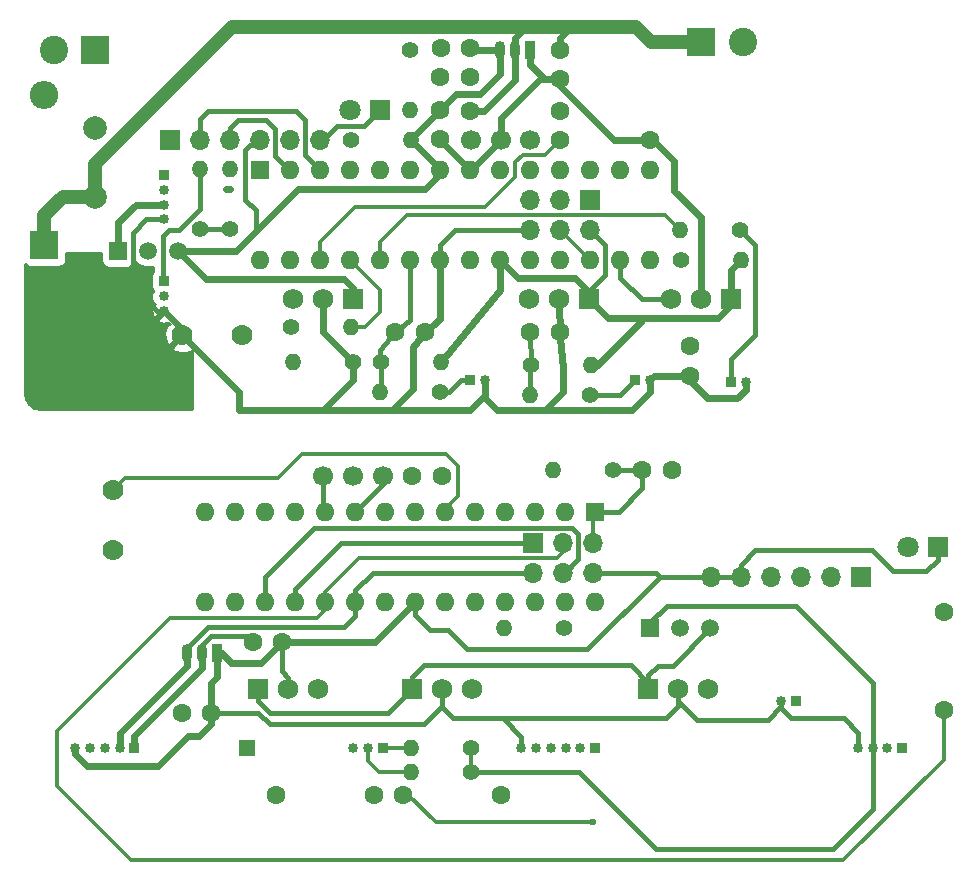
<source format=gtl>
%MOIN*%
%OFA0B0*%
%FSLAX46Y46*%
%IPPOS*%
%LPD*%
%ADD10C,0.0039370078740157488*%
%ADD11R,0.062992125984251982X0.062992125984251982*%
%ADD12O,0.062992125984251982X0.062992125984251982*%
%ADD13R,0.094488188976377951X0.094488188976377951*%
%ADD14C,0.094488188976377951*%
%ADD15C,0.066929133858267723*%
%ADD16O,0.094488188976377951X0.094488188976377951*%
%ADD17C,0.068897637795275593*%
%ADD18R,0.068897637795275593X0.068897637795275593*%
%ADD19C,0.07*%
%ADD20C,0.055118110236220472*%
%ADD21O,0.055118110236220472X0.055118110236220472*%
%ADD22C,0.062992125984251982*%
%ADD23R,0.070866141732283464X0.070866141732283464*%
%ADD24C,0.070866141732283464*%
%ADD25R,0.033464566929133861X0.033464566929133861*%
%ADD26C,0.033464566929133861*%
%ADD27O,0.035433070866141732X0.059055118110236227*%
%ADD28R,0.035433070866141732X0.059055118110236227*%
%ADD29R,0.066929133858267723X0.066929133858267723*%
%ADD30O,0.066929133858267723X0.066929133858267723*%
%ADD31C,0.07874015748031496*%
%ADD32C,0.059842519685039376*%
%ADD33R,0.059842519685039376X0.059842519685039376*%
%ADD34C,0.024000000000000004*%
%ADD35C,0.016*%
%ADD36C,0.012000000000000002*%
%ADD37C,0.047244094488188976*%
%ADD38C,0.01*%
%ADD49C,0.0039370078740157488*%
%ADD50R,0.066929133858267723X0.066929133858267723*%
%ADD51O,0.066929133858267723X0.066929133858267723*%
%ADD52C,0.055118110236220472*%
%ADD53O,0.055118110236220472X0.055118110236220472*%
%ADD54C,0.068897637795275593*%
%ADD55R,0.068897637795275593X0.068897637795275593*%
%ADD56C,0.07*%
%ADD57R,0.062992125984251982X0.062992125984251982*%
%ADD58O,0.062992125984251982X0.062992125984251982*%
%ADD59C,0.062992125984251982*%
%ADD60C,0.066929133858267723*%
%ADD61R,0.070866141732283464X0.070866141732283464*%
%ADD62C,0.070866141732283464*%
%ADD63R,0.033464566929133861X0.033464566929133861*%
%ADD64C,0.033464566929133861*%
%ADD65O,0.035433070866141732X0.059055118110236227*%
%ADD66R,0.035433070866141732X0.059055118110236227*%
%ADD67R,0.053149606299212608X0.053149606299212608*%
%ADD68C,0.059842519685039376*%
%ADD69R,0.059842519685039376X0.059842519685039376*%
%ADD70C,0.023622047244094488*%
%ADD71C,0.012000000000000002*%
%ADD72C,0.016*%
%ADD73C,0.024000000000000004*%
%LPD*%
G01*
D10*
D11*
X-0001456614Y0006274212D02*
X0000813385Y0002399212D03*
D12*
X0002113385Y0002099212D03*
X0000913385Y0002399212D03*
X0002013385Y0002099212D03*
X0001013385Y0002399212D03*
X0001913385Y0002099212D03*
X0001113385Y0002399212D03*
X0001813385Y0002099212D03*
X0001213385Y0002399212D03*
X0001713385Y0002099212D03*
X0001313385Y0002399212D03*
X0001613385Y0002099212D03*
X0001413385Y0002399212D03*
X0001513385Y0002099212D03*
X0001513385Y0002399212D03*
X0001413385Y0002099212D03*
X0001613385Y0002399212D03*
X0001313385Y0002099212D03*
X0001713385Y0002399212D03*
X0001213385Y0002099212D03*
X0001813385Y0002399212D03*
X0001113385Y0002099212D03*
X0001913385Y0002399212D03*
X0001013385Y0002099212D03*
X0002013385Y0002399212D03*
X0000913385Y0002099212D03*
X0002113385Y0002399212D03*
X0000813385Y0002099212D03*
D13*
X0002283464Y0002824212D03*
D14*
X0002421259Y0002824212D03*
D13*
X0000263385Y0002799212D03*
D14*
X0000125590Y0002799212D03*
D15*
X0001713385Y0002499212D03*
X0001614960Y0002499212D03*
X0001516535Y0002499212D03*
D13*
X0000093385Y0002149212D03*
D16*
X0000093385Y0002649212D03*
D17*
X0002181889Y0001968504D03*
X0002281889Y0001968504D03*
D18*
X0002381889Y0001968504D03*
D19*
X0000553385Y0001849212D03*
X0000753385Y0001849212D03*
D20*
X0002214960Y0002099212D03*
D21*
X0002414960Y0002099212D03*
D20*
X0001714960Y0001749212D03*
D21*
X0001914960Y0001749212D03*
D20*
X0002411810Y0002199212D03*
D21*
X0002211810Y0002199212D03*
D20*
X0001911810Y0001649212D03*
D21*
X0001711810Y0001649212D03*
D22*
X0001813385Y0002799212D03*
X0001813385Y0002700787D03*
X0001513385Y0002804212D03*
X0001414960Y0002804212D03*
X0001713385Y0001859212D03*
X0001811810Y0001859212D03*
X0002244094Y0001811023D03*
X0002244094Y0001712598D03*
D23*
X0001213385Y0002599212D03*
D24*
X0001113385Y0002599212D03*
D25*
X0002381889Y0001692913D03*
D26*
X0002431102Y0001692913D03*
D27*
X0001663385Y0002799212D03*
X0001613385Y0002799212D03*
D28*
X0001713385Y0002799212D03*
D25*
X0000492125Y0002381889D03*
D26*
X0000492125Y0002332677D03*
X0000492125Y0002283464D03*
X0000492125Y0002234252D03*
D22*
X0001413385Y0002599212D03*
X0001413385Y0002500787D03*
X0001413385Y0002709212D03*
X0001511810Y0002709212D03*
D20*
X0001114960Y0002499212D03*
D21*
X0001314960Y0002499212D03*
D22*
X0001263385Y0001859212D03*
X0001361810Y0001859212D03*
D20*
X0001411810Y0001659212D03*
D21*
X0001211810Y0001659212D03*
D20*
X0001214960Y0001759212D03*
D21*
X0001414960Y0001759212D03*
D17*
X0001709448Y0001968504D03*
X0001809448Y0001968504D03*
D18*
X0001909448Y0001968504D03*
D17*
X0000922047Y0001968504D03*
X0001022047Y0001968504D03*
D18*
X0001122047Y0001968504D03*
D20*
X0000613385Y0002200787D03*
D21*
X0000613385Y0002400787D03*
D20*
X0000713385Y0002200787D03*
D21*
X0000713385Y0002400787D03*
D29*
X0000513385Y0002499212D03*
D30*
X0000613385Y0002499212D03*
X0000713385Y0002499212D03*
X0000813385Y0002499212D03*
X0000913385Y0002499212D03*
X0001013385Y0002499212D03*
D31*
X0000263385Y0002310039D03*
X0000263385Y0002538386D03*
D25*
X0000492125Y0002027559D03*
D26*
X0000492125Y0001978346D03*
X0000492125Y0001929134D03*
D25*
X0001513385Y0001699212D03*
D26*
X0001562598Y0001699212D03*
D25*
X0002063385Y0001699212D03*
D26*
X0002112598Y0001699212D03*
D20*
X0001313385Y0002797637D03*
D21*
X0001313385Y0002597637D03*
D22*
X0001813385Y0002594212D03*
X0001513385Y0002594212D03*
X0001813385Y0002499212D03*
X0002113385Y0002499212D03*
D20*
X0001121810Y0001759212D03*
D21*
X0000921810Y0001759212D03*
D20*
X0000914960Y0001874212D03*
D21*
X0001114960Y0001874212D03*
D32*
X0000438385Y0002129212D03*
X0000538385Y0002129212D03*
D33*
X0000338385Y0002129212D03*
D29*
X0001913385Y0002299212D03*
D30*
X0001913385Y0002199212D03*
X0001813385Y0002299212D03*
X0001813385Y0002199212D03*
X0001713385Y0002299212D03*
X0001713385Y0002199212D03*
D34*
X0000713385Y0002334212D02*
X0000698385Y0002334212D01*
X0000713385Y0002334212D02*
X0000703385Y0002334212D01*
D35*
X0001114960Y0002499212D02*
X0001113385Y0002499212D01*
X0001713385Y0002199212D02*
X0001463385Y0002199212D01*
X0001413385Y0002149212D02*
X0001413385Y0002099212D01*
X0001463385Y0002199212D02*
X0001413385Y0002149212D01*
D34*
X0000553385Y0001849212D02*
X0000553385Y0001867874D01*
X0000553385Y0001867874D02*
X0000492125Y0001929134D01*
X0000743385Y0001599212D02*
X0000743385Y0001659212D01*
X0001023385Y0001599212D02*
X0000743385Y0001599212D01*
X0000743385Y0001659212D02*
X0000553385Y0001849212D01*
D35*
X0000492125Y0002234252D02*
X0000433425Y0002234252D01*
X0000468464Y0001929134D02*
X0000492125Y0001929134D01*
X0000388385Y0002009212D02*
X0000468464Y0001929134D01*
X0000388385Y0002189212D02*
X0000388385Y0002009212D01*
X0000433425Y0002234252D02*
X0000388385Y0002189212D01*
D34*
X0001022047Y0001968504D02*
X0001022047Y0001858976D01*
X0001022047Y0001858976D02*
X0001121810Y0001759212D01*
X0001121810Y0001759212D02*
X0001121810Y0001697637D01*
X0001121810Y0001697637D02*
X0001023385Y0001599212D01*
X0001083385Y0001599212D02*
X0001023385Y0001599212D01*
X0001083385Y0001599212D02*
X0001223385Y0001599212D01*
X0001253385Y0001599212D02*
X0001223385Y0001599212D01*
X0001361810Y0001859212D02*
X0001361810Y0001857637D01*
X0001361810Y0001857637D02*
X0001323385Y0001809212D01*
X0001323385Y0001669212D02*
X0001253385Y0001599212D01*
X0001323385Y0001809212D02*
X0001323385Y0001669212D01*
D35*
X0001013385Y0002499212D02*
X0001023385Y0002499212D01*
X0001023385Y0002499212D02*
X0001068385Y0002544212D01*
X0001068385Y0002544212D02*
X0001158385Y0002544212D01*
X0001158385Y0002544212D02*
X0001213385Y0002599212D01*
D34*
X0002113385Y0002499212D02*
X0002123385Y0002499212D01*
X0002123385Y0002499212D02*
X0002193385Y0002429212D01*
X0002281889Y0002240708D02*
X0002281889Y0001968504D01*
X0002193385Y0002329212D02*
X0002281889Y0002240708D01*
X0002193385Y0002429212D02*
X0002193385Y0002329212D01*
X0002244094Y0001712598D02*
X0002244094Y0001698504D01*
X0002244094Y0001698504D02*
X0002303385Y0001639212D01*
X0002431102Y0001666929D02*
X0002431102Y0001692913D01*
X0002403385Y0001639212D02*
X0002431102Y0001666929D01*
X0002303385Y0001639212D02*
X0002403385Y0001639212D01*
X0002244094Y0001712598D02*
X0002125984Y0001712598D01*
X0002125984Y0001712598D02*
X0002112598Y0001699212D01*
X0002113385Y0002499212D02*
X0001993385Y0002499212D01*
X0001993385Y0002499212D02*
X0001813385Y0002679212D01*
X0001813385Y0002679212D02*
X0001813385Y0002700787D01*
X0001614960Y0002499212D02*
X0001614960Y0002570787D01*
X0001744960Y0002700787D02*
X0001813385Y0002700787D01*
X0001614960Y0002570787D02*
X0001744960Y0002700787D01*
X0001813385Y0002700787D02*
X0001761810Y0002700787D01*
X0001761810Y0002700787D02*
X0001713385Y0002749212D01*
X0001713385Y0002749212D02*
X0001713385Y0002799212D01*
X0001809448Y0001968504D02*
X0001809448Y0001951575D01*
X0001809448Y0001951575D02*
X0001811810Y0001859212D01*
X0001413385Y0002099212D02*
X0001413385Y0001900787D01*
X0001413385Y0001900787D02*
X0001361810Y0001859212D01*
X0001413385Y0002500787D02*
X0001413385Y0002499212D01*
X0001413385Y0002499212D02*
X0001513385Y0002399212D01*
X0001213385Y0002599212D02*
X0001214960Y0002599212D01*
X0001513385Y0002399212D02*
X0001514960Y0002399212D01*
X0001514960Y0002399212D02*
X0001614960Y0002499212D01*
X0001361810Y0001859212D02*
X0001353385Y0001859212D01*
X0001253385Y0001599212D02*
X0001513385Y0001599212D01*
X0001513385Y0001599212D02*
X0001562598Y0001648425D01*
X0001562598Y0001648425D02*
X0001562598Y0001699212D01*
X0001414960Y0002499212D02*
X0001413385Y0002500787D01*
X0001811810Y0001859212D02*
X0001811810Y0001837637D01*
X0001811810Y0001837637D02*
X0001823385Y0001739212D01*
X0001823385Y0001659212D02*
X0001763385Y0001599212D01*
X0001823385Y0001739212D02*
X0001823385Y0001659212D01*
X0001562598Y0001699212D02*
X0001562598Y0001640000D01*
X0002112598Y0001658425D02*
X0002112598Y0001699212D01*
X0002053385Y0001599212D02*
X0002112598Y0001658425D01*
X0001603385Y0001599212D02*
X0001763385Y0001599212D01*
X0001763385Y0001599212D02*
X0002053385Y0001599212D01*
X0001562598Y0001640000D02*
X0001603385Y0001599212D01*
D35*
X0001263385Y0001859212D02*
X0001213385Y0001799212D01*
X0001213385Y0001799212D02*
X0001213385Y0001760787D01*
X0001213385Y0001760787D02*
X0001214960Y0001759212D01*
X0001214960Y0001759212D02*
X0001214960Y0001662362D01*
X0001214960Y0001662362D02*
X0001211810Y0001659212D01*
X0001263385Y0001859212D02*
X0001263385Y0001857637D01*
X0001313385Y0002099212D02*
X0001313385Y0001899212D01*
X0001313385Y0001899212D02*
X0001263385Y0001859212D01*
D36*
X0001213385Y0002099212D02*
X0001213385Y0002159212D01*
X0002161810Y0002249212D02*
X0002211810Y0002199212D01*
X0001303385Y0002249212D02*
X0002161810Y0002249212D01*
X0001213385Y0002159212D02*
X0001303385Y0002249212D01*
X0001113385Y0002099212D02*
X0001213385Y0001999212D01*
X0001163385Y0001874212D02*
X0001114960Y0001874212D01*
X0001213385Y0001924212D02*
X0001163385Y0001874212D01*
X0001213385Y0001999212D02*
X0001213385Y0001924212D01*
X0001128385Y0002274212D02*
X0001013385Y0002159212D01*
X0001813385Y0002499212D02*
X0001763385Y0002449212D01*
X0001563385Y0002274212D02*
X0001128385Y0002274212D01*
X0001663385Y0002374212D02*
X0001563385Y0002274212D01*
X0001663385Y0002424212D02*
X0001663385Y0002374212D01*
X0001688385Y0002449212D02*
X0001663385Y0002424212D01*
X0001763385Y0002449212D02*
X0001688385Y0002449212D01*
X0001013385Y0002159212D02*
X0001013385Y0002099212D01*
D35*
X0000613385Y0002400787D02*
X0000613385Y0002269212D01*
X0000613385Y0002269212D02*
X0000543385Y0002199212D01*
X0000543385Y0002199212D02*
X0000508385Y0002199212D01*
X0000508385Y0002199212D02*
X0000488385Y0002179212D01*
X0000488385Y0002179212D02*
X0000488385Y0002031299D01*
X0000488385Y0002031299D02*
X0000492125Y0002027559D01*
X0001714960Y0001749212D02*
X0001714960Y0001750787D01*
X0001714960Y0001750787D02*
X0001713385Y0001859212D01*
X0001711810Y0001649212D02*
X0001711810Y0001746063D01*
X0001711810Y0001746063D02*
X0001714960Y0001749212D01*
D34*
X0001613385Y0002799212D02*
X0001613385Y0002719212D01*
X0001465885Y0002651712D02*
X0001413385Y0002599212D01*
X0001545885Y0002651712D02*
X0001465885Y0002651712D01*
X0001613385Y0002719212D02*
X0001545885Y0002651712D01*
X0001613385Y0002799212D02*
X0001518385Y0002799212D01*
X0001518385Y0002799212D02*
X0001513385Y0002804212D01*
X0001909448Y0001968504D02*
X0001909448Y0001993149D01*
X0001909448Y0001993149D02*
X0001863385Y0002039212D01*
X0001673385Y0002039212D02*
X0001613385Y0002099212D01*
X0001863385Y0002039212D02*
X0001673385Y0002039212D01*
D35*
X0001909448Y0001968504D02*
X0001909448Y0001995275D01*
X0001909448Y0001995275D02*
X0001963385Y0002049212D01*
X0001963385Y0002149212D02*
X0001913385Y0002199212D01*
X0001963385Y0002049212D02*
X0001963385Y0002149212D01*
D34*
X0000738385Y0002034212D02*
X0000633385Y0002034212D01*
X0000738385Y0002034212D02*
X0001093385Y0002034212D01*
X0001093385Y0002034212D02*
X0001122047Y0002005551D01*
X0001122047Y0001968504D02*
X0001122047Y0002005551D01*
X0000633385Y0002034212D02*
X0000538385Y0002129212D01*
X0000538385Y0002129212D02*
X0000733385Y0002129212D01*
X0000753385Y0002149212D02*
X0000798385Y0002194212D01*
X0000733385Y0002129212D02*
X0000753385Y0002149212D01*
D35*
X0000813385Y0002499212D02*
X0000798385Y0002499212D01*
X0000798385Y0002499212D02*
X0000763385Y0002464212D01*
X0000763385Y0002464212D02*
X0000763385Y0002299212D01*
X0000763385Y0002299212D02*
X0000798385Y0002264212D01*
X0000798385Y0002264212D02*
X0000798385Y0002194212D01*
D34*
X0002381889Y0001968504D02*
X0002381889Y0002066141D01*
X0002381889Y0002066141D02*
X0002414960Y0002099212D01*
X0001909448Y0001968504D02*
X0001909448Y0001983149D01*
X0001613385Y0002099212D02*
X0001613385Y0001997637D01*
X0001613385Y0001997637D02*
X0001414960Y0001759212D01*
X0001413385Y0002399212D02*
X0001413385Y0002384212D01*
X0001413385Y0002384212D02*
X0001363385Y0002334212D01*
X0002424409Y0002105039D02*
X0002424409Y0002086614D01*
X0001413385Y0002399212D02*
X0001413385Y0002400787D01*
X0001413385Y0002400787D02*
X0001314960Y0002499212D01*
X0001909448Y0001968504D02*
X0001909448Y0001973149D01*
X0001914960Y0001749212D02*
X0001938385Y0001749212D01*
X0001938385Y0001749212D02*
X0002093385Y0001904212D01*
X0002381889Y0001968504D02*
X0002381889Y0001947716D01*
X0002381889Y0001947716D02*
X0002338385Y0001904212D01*
X0002338385Y0001904212D02*
X0002093385Y0001904212D01*
X0002093385Y0001904212D02*
X0001973740Y0001904212D01*
X0001973740Y0001904212D02*
X0001909448Y0001968504D01*
X0001413385Y0002599212D02*
X0001418385Y0002599212D01*
X0001314960Y0002499212D02*
X0001314960Y0002500787D01*
X0001314960Y0002500787D02*
X0001413385Y0002599212D01*
X0001313385Y0002497637D02*
X0001314960Y0002499212D01*
X0001363385Y0002334212D02*
X0000943385Y0002334212D01*
X0000798385Y0002194212D02*
X0000938385Y0002334212D01*
D36*
X0001813385Y0002199212D02*
X0001913385Y0002099212D01*
D35*
X0002013385Y0002099212D02*
X0002013385Y0002039212D01*
X0002084094Y0001968504D02*
X0002181889Y0001968504D01*
X0002013385Y0002039212D02*
X0002084094Y0001968504D01*
X0000913385Y0002399212D02*
X0000908385Y0002399212D01*
X0000908385Y0002399212D02*
X0000863385Y0002444212D01*
X0000713385Y0002539212D02*
X0000713385Y0002499212D01*
X0000738385Y0002564212D02*
X0000713385Y0002539212D01*
X0000833385Y0002564212D02*
X0000738385Y0002564212D01*
X0000863385Y0002534212D02*
X0000833385Y0002564212D01*
X0000863385Y0002444212D02*
X0000863385Y0002534212D01*
X0000613385Y0002499212D02*
X0000613385Y0002569212D01*
X0000963385Y0002449212D02*
X0001013385Y0002399212D01*
X0000963385Y0002564212D02*
X0000963385Y0002449212D01*
X0000933385Y0002594212D02*
X0000963385Y0002564212D01*
X0000638385Y0002594212D02*
X0000933385Y0002594212D01*
X0000613385Y0002569212D02*
X0000638385Y0002594212D01*
X0001911810Y0001649212D02*
X0002013385Y0001649212D01*
X0002013385Y0001649212D02*
X0002063385Y0001699212D01*
X0001411810Y0001659212D02*
X0001443385Y0001659212D01*
X0001483385Y0001699212D02*
X0001513385Y0001699212D01*
X0001443385Y0001659212D02*
X0001483385Y0001699212D01*
D34*
X0001873385Y0002874015D02*
X0001848188Y0002874015D01*
X0001813385Y0002839212D02*
X0001813385Y0002799212D01*
X0001848188Y0002874015D02*
X0001813385Y0002839212D01*
X0001703385Y0002874015D02*
X0001698188Y0002874015D01*
X0001663385Y0002839212D02*
X0001663385Y0002799212D01*
X0001698188Y0002874015D02*
X0001663385Y0002839212D01*
X0001513385Y0002594212D02*
X0001558385Y0002594212D01*
X0001558385Y0002594212D02*
X0001663385Y0002699212D01*
X0001663385Y0002699212D02*
X0001663385Y0002799212D01*
D37*
X0002283464Y0002824212D02*
X0002116732Y0002824212D01*
X0000263385Y0002419212D02*
X0000263385Y0002310039D01*
X0000718188Y0002874015D02*
X0000263385Y0002419212D01*
X0002066929Y0002874015D02*
X0001873385Y0002874015D01*
X0001873385Y0002874015D02*
X0001703385Y0002874015D01*
X0001703385Y0002874015D02*
X0000718188Y0002874015D01*
X0002116732Y0002824212D02*
X0002066929Y0002874015D01*
X0000093385Y0002149212D02*
X0000093385Y0002249212D01*
X0000154212Y0002310039D02*
X0000263385Y0002310039D01*
X0000093385Y0002249212D02*
X0000154212Y0002310039D01*
D35*
X0002381889Y0001692913D02*
X0002381889Y0001767716D01*
X0002463385Y0002147637D02*
X0002411810Y0002199212D01*
X0002463385Y0001849212D02*
X0002463385Y0002147637D01*
X0002381889Y0001767716D02*
X0002463385Y0001849212D01*
X0000613385Y0002200787D02*
X0000713385Y0002200787D01*
D34*
X0000338385Y0002129212D02*
X0000338385Y0002224212D01*
X0000397637Y0002283464D02*
X0000492125Y0002283464D01*
X0000338385Y0002224212D02*
X0000397637Y0002283464D01*
D38*
G36*
X0000282974Y0002099291D02*
X0000284717Y0002090027D01*
X0000290193Y0002081518D01*
X0000298547Y0002075810D01*
X0000308464Y0002073801D01*
X0000368307Y0002073801D01*
X0000377571Y0002075545D01*
X0000386080Y0002081020D01*
X0000391788Y0002089374D01*
X0000393266Y0002096672D01*
X0000407234Y0002082679D01*
X0000427413Y0002074301D01*
X0000449262Y0002074282D01*
X0000455385Y0002076812D01*
X0000455385Y0002059292D01*
X0000451912Y0002054208D01*
X0000449903Y0002044291D01*
X0000449903Y0002010826D01*
X0000451647Y0002001562D01*
X0000454644Y0001996904D01*
X0000450400Y0001986684D01*
X0000450386Y0001970082D01*
X0000456726Y0001954738D01*
X0000460758Y0001950698D01*
X0000455001Y0001949925D01*
X0000449871Y0001934136D01*
X0000451173Y0001917585D01*
X0000455001Y0001908342D01*
X0000463167Y0001907246D01*
X0000485054Y0001929134D01*
X0000484498Y0001929690D01*
X0000491422Y0001936614D01*
X0000491716Y0001936614D01*
X0000492125Y0001936205D01*
X0000492534Y0001936613D01*
X0000492830Y0001936613D01*
X0000499753Y0001929690D01*
X0000499196Y0001929134D01*
X0000499753Y0001928577D01*
X0000492682Y0001921506D01*
X0000492125Y0001922062D01*
X0000470238Y0001900175D01*
X0000471334Y0001892010D01*
X0000487123Y0001886879D01*
X0000503674Y0001888181D01*
X0000507606Y0001889809D01*
X0000506661Y0001888865D01*
X0000511173Y0001884354D01*
X0000501120Y0001881005D01*
X0000492932Y0001858584D01*
X0000493947Y0001834736D01*
X0000501120Y0001817420D01*
X0000511173Y0001814071D01*
X0000546314Y0001849212D01*
X0000545757Y0001849769D01*
X0000552828Y0001856840D01*
X0000553385Y0001856283D01*
X0000553942Y0001856840D01*
X0000561013Y0001849769D01*
X0000560456Y0001849212D01*
X0000561013Y0001848655D01*
X0000553942Y0001841584D01*
X0000553385Y0001842141D01*
X0000518244Y0001807000D01*
X0000521593Y0001796947D01*
X0000544014Y0001788759D01*
X0000567862Y0001789774D01*
X0000585178Y0001796947D01*
X0000585551Y0001798066D01*
X0000585551Y0001602756D01*
X0000081493Y0001602756D01*
X0000059514Y0001607128D01*
X0000043215Y0001618018D01*
X0000032324Y0001634317D01*
X0000027952Y0001656296D01*
X0000027952Y0002084139D01*
X0000036224Y0002078487D01*
X0000046141Y0002076478D01*
X0000140629Y0002076478D01*
X0000149894Y0002078222D01*
X0000158403Y0002083697D01*
X0000164111Y0002092051D01*
X0000166119Y0002101968D01*
X0000166119Y0002120984D01*
X0000282974Y0002120984D01*
X0000282974Y0002099291D01*
X0000282974Y0002099291D01*
G37*
X0000282974Y0002099291D02*
X0000284717Y0002090027D01*
X0000290193Y0002081518D01*
X0000298547Y0002075810D01*
X0000308464Y0002073801D01*
X0000368307Y0002073801D01*
X0000377571Y0002075545D01*
X0000386080Y0002081020D01*
X0000391788Y0002089374D01*
X0000393266Y0002096672D01*
X0000407234Y0002082679D01*
X0000427413Y0002074301D01*
X0000449262Y0002074282D01*
X0000455385Y0002076812D01*
X0000455385Y0002059292D01*
X0000451912Y0002054208D01*
X0000449903Y0002044291D01*
X0000449903Y0002010826D01*
X0000451647Y0002001562D01*
X0000454644Y0001996904D01*
X0000450400Y0001986684D01*
X0000450386Y0001970082D01*
X0000456726Y0001954738D01*
X0000460758Y0001950698D01*
X0000455001Y0001949925D01*
X0000449871Y0001934136D01*
X0000451173Y0001917585D01*
X0000455001Y0001908342D01*
X0000463167Y0001907246D01*
X0000485054Y0001929134D01*
X0000484498Y0001929690D01*
X0000491422Y0001936614D01*
X0000491716Y0001936614D01*
X0000492125Y0001936205D01*
X0000492534Y0001936613D01*
X0000492830Y0001936613D01*
X0000499753Y0001929690D01*
X0000499196Y0001929134D01*
X0000499753Y0001928577D01*
X0000492682Y0001921506D01*
X0000492125Y0001922062D01*
X0000470238Y0001900175D01*
X0000471334Y0001892010D01*
X0000487123Y0001886879D01*
X0000503674Y0001888181D01*
X0000507606Y0001889809D01*
X0000506661Y0001888865D01*
X0000511173Y0001884354D01*
X0000501120Y0001881005D01*
X0000492932Y0001858584D01*
X0000493947Y0001834736D01*
X0000501120Y0001817420D01*
X0000511173Y0001814071D01*
X0000546314Y0001849212D01*
X0000545757Y0001849769D01*
X0000552828Y0001856840D01*
X0000553385Y0001856283D01*
X0000553942Y0001856840D01*
X0000561013Y0001849769D01*
X0000560456Y0001849212D01*
X0000561013Y0001848655D01*
X0000553942Y0001841584D01*
X0000553385Y0001842141D01*
X0000518244Y0001807000D01*
X0000521593Y0001796947D01*
X0000544014Y0001788759D01*
X0000567862Y0001789774D01*
X0000585178Y0001796947D01*
X0000585551Y0001798066D01*
X0000585551Y0001602756D01*
X0000081493Y0001602756D01*
X0000059514Y0001607128D01*
X0000043215Y0001618018D01*
X0000032324Y0001634317D01*
X0000027952Y0001656296D01*
X0000027952Y0002084139D01*
X0000036224Y0002078487D01*
X0000046141Y0002076478D01*
X0000140629Y0002076478D01*
X0000149894Y0002078222D01*
X0000158403Y0002083697D01*
X0000164111Y0002092051D01*
X0000166119Y0002101968D01*
X0000166119Y0002120984D01*
X0000282974Y0002120984D01*
X0000282974Y0002099291D01*
G04 next file*
%LPD*%
G04 #@! TF.FileFunction,Copper,L1,Top,Signal*
G04 Gerber Fmt 4.6, Leading zero omitted, Abs format (unit mm)*
G04 Created by KiCad (PCBNEW 4.0.7) date 06/15/19 08:14:29*
G01*
G04 APERTURE LIST*
G04 APERTURE END LIST*
D49*
D50*
X-0005157401Y0004896259D02*
X0002814960Y0001043306D03*
D51*
X0002714960Y0001043306D03*
X0002614960Y0001043306D03*
X0002514960Y0001043306D03*
X0002414960Y0001043306D03*
X0002314960Y0001043306D03*
D52*
X0001516023Y0000471259D03*
D53*
X0001316023Y0000471259D03*
D54*
X0001007086Y0000669291D03*
X0000907086Y0000669291D03*
D55*
X0000807086Y0000669291D03*
D56*
X0000322598Y0001131259D03*
X0000322598Y0001331259D03*
D57*
X0001929133Y0001259842D03*
D58*
X0000629133Y0000959842D03*
X0001829133Y0001259842D03*
X0000729133Y0000959842D03*
X0001729133Y0001259842D03*
X0000829133Y0000959842D03*
X0001629133Y0001259842D03*
X0000929133Y0000959842D03*
X0001529133Y0001259842D03*
X0001029133Y0000959842D03*
X0001429133Y0001259842D03*
X0001129133Y0000959842D03*
X0001329133Y0001259842D03*
X0001229133Y0000959842D03*
X0001229133Y0001259842D03*
X0001329133Y0000959842D03*
X0001129133Y0001259842D03*
X0001429133Y0000959842D03*
X0001029133Y0001259842D03*
X0001529133Y0000959842D03*
X0000929133Y0001259842D03*
X0001629133Y0000959842D03*
X0000829133Y0001259842D03*
X0001729133Y0000959842D03*
X0000729133Y0001259842D03*
X0001829133Y0000959842D03*
X0000629133Y0001259842D03*
X0001929133Y0000959842D03*
D59*
X0001190944Y0000314960D03*
X0000866141Y0000314960D03*
D60*
X0001023621Y0001377952D03*
X0001122047Y0001377952D03*
X0001220472Y0001377952D03*
D59*
X0000787401Y0000826771D03*
X0000885826Y0000826771D03*
X0000551181Y0000590551D03*
X0000649606Y0000590551D03*
D61*
X0003070866Y0001141732D03*
D62*
X0002970866Y0001141732D03*
D63*
X0002598425Y0000629921D03*
D64*
X0002549212Y0000629921D03*
D65*
X0000619291Y0000787401D03*
X0000569291Y0000787401D03*
D66*
X0000669291Y0000787401D03*
D63*
X0002952755Y0000472440D03*
D64*
X0002903543Y0000472440D03*
X0002854330Y0000472440D03*
X0002805118Y0000472440D03*
D59*
X0001417322Y0001377952D03*
X0001318897Y0001377952D03*
X0001289370Y0000314960D03*
X0001614173Y0000314960D03*
X0003090551Y0000600393D03*
X0003090551Y0000925196D03*
X0002185039Y0001397637D03*
X0002086614Y0001397637D03*
D52*
X0001988188Y0001397637D03*
D53*
X0001788188Y0001397637D03*
D54*
X0001518897Y0000669291D03*
X0001418897Y0000669291D03*
D55*
X0001318897Y0000669291D03*
D54*
X0002306299Y0000669291D03*
X0002206299Y0000669291D03*
D55*
X0002106299Y0000669291D03*
D52*
X0001516023Y0000391259D03*
D53*
X0001316023Y0000391259D03*
D63*
X0001220472Y0000472440D03*
D64*
X0001171259Y0000472440D03*
X0001122047Y0000472440D03*
D67*
X0000767716Y0000472440D03*
D63*
X0000393700Y0000472440D03*
D64*
X0000344488Y0000472440D03*
X0000295275Y0000472440D03*
X0000246062Y0000472440D03*
X0000196850Y0000472440D03*
D63*
X0001929133Y0000472440D03*
D64*
X0001879921Y0000472440D03*
X0001830708Y0000472440D03*
X0001781495Y0000472440D03*
X0001732283Y0000472440D03*
X0001683070Y0000472440D03*
D68*
X0002212598Y0000871259D03*
X0002312598Y0000871259D03*
D69*
X0002112598Y0000871259D03*
D52*
X0001826023Y0000871259D03*
D53*
X0001626023Y0000871259D03*
D50*
X0001722598Y0001156259D03*
D51*
X0001722598Y0001056259D03*
X0001822598Y0001156259D03*
X0001822598Y0001056259D03*
X0001922598Y0001156259D03*
X0001922598Y0001056259D03*
D70*
X0001921259Y0000224409D03*
D71*
X0001922598Y0001156259D02*
X0001922598Y0001253306D01*
X0001922598Y0001253306D02*
X0001929133Y0001259842D01*
D72*
X0001988188Y0001397637D02*
X0002086614Y0001397637D01*
X0001929133Y0001259842D02*
X0002007873Y0001259842D01*
X0002007873Y0001259842D02*
X0002086614Y0001338582D01*
X0002086614Y0001338582D02*
X0002086614Y0001397637D01*
X0001922598Y0001056259D02*
X0002131692Y0001056259D01*
X0002131692Y0001056259D02*
X0002144645Y0001043306D01*
X0002549212Y0000629921D02*
X0002549212Y0000604645D01*
X0002805118Y0000523740D02*
X0002805118Y0000472440D01*
X0002757598Y0000571259D02*
X0002805118Y0000523740D01*
X0002582598Y0000571259D02*
X0002757598Y0000571259D01*
X0002549212Y0000604645D02*
X0002582598Y0000571259D01*
X0002414960Y0001043306D02*
X0002414960Y0001083621D01*
X0003070866Y0001099527D02*
X0003070866Y0001141732D01*
X0003032598Y0001061259D02*
X0003070866Y0001099527D01*
X0002922598Y0001061259D02*
X0003032598Y0001061259D01*
X0002852598Y0001131259D02*
X0002922598Y0001061259D01*
X0002462598Y0001131259D02*
X0002852598Y0001131259D01*
X0002414960Y0001083621D02*
X0002462598Y0001131259D01*
X0002314960Y0001043306D02*
X0002414960Y0001043306D01*
X0001329133Y0000914724D02*
X0001329133Y0000959842D01*
X0001683070Y0000472440D02*
X0001683070Y0000509842D01*
X0001683070Y0000509842D02*
X0001622047Y0000570866D01*
D73*
X0000885826Y0000826771D02*
X0001196062Y0000826771D01*
X0001196062Y0000826771D02*
X0001329133Y0000959842D01*
D72*
X0002805118Y0000472440D02*
X0002805118Y0000486220D01*
X0002549212Y0000612204D02*
X0002549212Y0000629921D01*
X0002206299Y0000669291D02*
X0002206299Y0000628346D01*
X0002549212Y0000612204D02*
X0002549212Y0000629921D01*
X0002503936Y0000566929D02*
X0002549212Y0000612204D01*
X0002267716Y0000566929D02*
X0002503936Y0000566929D01*
X0002206299Y0000628346D02*
X0002267716Y0000566929D01*
D73*
X0000669291Y0000787401D02*
X0000685039Y0000787401D01*
X0000685039Y0000787401D02*
X0000716535Y0000755905D01*
X0000814960Y0000755905D02*
X0000885826Y0000826771D01*
X0000716535Y0000755905D02*
X0000814960Y0000755905D01*
D72*
X0001418897Y0000669291D02*
X0001418897Y0000608661D01*
X0001418897Y0000608661D02*
X0001456692Y0000570866D01*
X0001456692Y0000570866D02*
X0001622047Y0000570866D01*
X0002206299Y0000611810D02*
X0002206299Y0000669291D01*
X0001622047Y0000570866D02*
X0002165354Y0000570866D01*
X0002165354Y0000570866D02*
X0002206299Y0000611810D01*
X0000649606Y0000590551D02*
X0000807086Y0000590551D01*
X0001418897Y0000611810D02*
X0001418897Y0000669291D01*
X0001358267Y0000551180D02*
X0001418897Y0000611810D01*
X0000846456Y0000551180D02*
X0001358267Y0000551180D01*
X0000807086Y0000590551D02*
X0000846456Y0000551180D01*
X0000907086Y0000669291D02*
X0000907086Y0000707086D01*
X0000885826Y0000728346D02*
X0000885826Y0000826771D01*
X0000907086Y0000707086D02*
X0000885826Y0000728346D01*
D73*
X0000196850Y0000472440D02*
X0000196850Y0000452755D01*
X0000649606Y0000551180D02*
X0000649606Y0000590551D01*
X0000610236Y0000511810D02*
X0000649606Y0000551180D01*
X0000570866Y0000511810D02*
X0000610236Y0000511810D01*
X0000472440Y0000413385D02*
X0000570866Y0000511810D01*
X0000236220Y0000413385D02*
X0000472440Y0000413385D01*
X0000196850Y0000452755D02*
X0000236220Y0000413385D01*
X0000649606Y0000590551D02*
X0000649606Y0000688976D01*
X0000669291Y0000708661D02*
X0000669291Y0000787401D01*
X0000649606Y0000688976D02*
X0000669291Y0000708661D01*
D72*
X0001437007Y0000866141D02*
X0001437716Y0000866141D01*
X0001437716Y0000866141D02*
X0001502598Y0000801259D01*
X0002144645Y0001043306D02*
X0002314960Y0001043306D01*
X0001902598Y0000801259D02*
X0002144645Y0001043306D01*
X0001502598Y0000801259D02*
X0001902598Y0000801259D01*
X0001437007Y0000866141D02*
X0001377716Y0000866141D01*
X0001377716Y0000866141D02*
X0001329133Y0000914724D01*
X0001630708Y0000958267D02*
X0001629133Y0000959842D01*
D71*
X0001397637Y0000224409D02*
X0001307086Y0000314960D01*
X0001921259Y0000224409D02*
X0001397637Y0000224409D01*
X0001307086Y0000314960D02*
X0001289370Y0000314960D01*
X0001220472Y0000472440D02*
X0001314842Y0000472440D01*
X0001314842Y0000472440D02*
X0001316023Y0000471259D01*
X0001429133Y0001259842D02*
X0001429133Y0001267795D01*
X0001429133Y0001267795D02*
X0001472598Y0001311259D01*
X0001472598Y0001311259D02*
X0001472598Y0001411259D01*
X0001472598Y0001411259D02*
X0001432598Y0001451259D01*
X0001432598Y0001451259D02*
X0000952598Y0001451259D01*
X0000952598Y0001451259D02*
X0000872598Y0001371259D01*
X0000872598Y0001371259D02*
X0000362598Y0001371259D01*
X0000362598Y0001371259D02*
X0000322598Y0001331259D01*
X0001029133Y0000959842D02*
X0001029133Y0000992795D01*
X0001802598Y0001106259D02*
X0001822598Y0001126259D01*
X0001142598Y0001106259D02*
X0001802598Y0001106259D01*
X0001029133Y0000992795D02*
X0001142598Y0001106259D01*
X0001822598Y0001126259D02*
X0001822598Y0001156259D01*
X0001029133Y0000959842D02*
X0001029133Y0000932795D01*
X0001029133Y0000932795D02*
X0001002598Y0000906259D01*
X0001002598Y0000906259D02*
X0000512598Y0000906259D01*
X0000512598Y0000906259D02*
X0000477598Y0000871259D01*
X0000477598Y0000871259D02*
X0000477598Y0000871299D01*
X0002023621Y0000098425D02*
X0002755905Y0000098425D01*
X0000381889Y0000098425D02*
X0002023621Y0000098425D01*
X0000133858Y0000346456D02*
X0000381889Y0000098425D01*
X0000133858Y0000527558D02*
X0000133858Y0000346456D01*
X0000477598Y0000871299D02*
X0000133858Y0000527558D01*
X0003090551Y0000433070D02*
X0003090551Y0000600393D01*
X0002755905Y0000098425D02*
X0003090551Y0000433070D01*
D72*
X0001722598Y0001156259D02*
X0001082598Y0001156259D01*
X0000929133Y0001002795D02*
X0000929133Y0000959842D01*
X0001082598Y0001156259D02*
X0000929133Y0001002795D01*
X0001129133Y0000959842D02*
X0001129133Y0000997795D01*
X0001187598Y0001056259D02*
X0001722598Y0001056259D01*
X0001129133Y0000997795D02*
X0001187598Y0001056259D01*
X0002106299Y0000669291D02*
X0002106299Y0000714960D01*
X0002187598Y0000746259D02*
X0002312598Y0000871259D01*
X0002137598Y0000746259D02*
X0002187598Y0000746259D01*
X0002106299Y0000714960D02*
X0002137598Y0000746259D01*
X0000807086Y0000669291D02*
X0000807086Y0000629921D01*
X0001240157Y0000590551D02*
X0001318897Y0000669291D01*
X0000846456Y0000590551D02*
X0001240157Y0000590551D01*
X0000807086Y0000629921D02*
X0000846456Y0000590551D01*
X0002106299Y0000669291D02*
X0002106299Y0000688976D01*
X0002106299Y0000688976D02*
X0002047244Y0000748031D01*
X0001318897Y0000708661D02*
X0001318897Y0000669291D01*
X0001358267Y0000748031D02*
X0001318897Y0000708661D01*
X0002047244Y0000748031D02*
X0001358267Y0000748031D01*
X0000569291Y0000787401D02*
X0000569291Y0000805511D01*
X0000569291Y0000805511D02*
X0000639606Y0000876259D01*
X0001129133Y0000912598D02*
X0001129133Y0000959842D01*
X0001092362Y0000876259D02*
X0001129133Y0000912598D01*
X0000639606Y0000876259D02*
X0001092362Y0000876259D01*
D73*
X0000344488Y0000472440D02*
X0000344488Y0000521653D01*
X0000569291Y0000746456D02*
X0000569291Y0000787401D01*
X0000344488Y0000521653D02*
X0000569291Y0000746456D01*
D72*
X0001220472Y0001377952D02*
X0001220472Y0001351180D01*
X0001220472Y0001351180D02*
X0001129133Y0001259842D01*
X0001023621Y0001377952D02*
X0001023621Y0001265354D01*
X0001023621Y0001265354D02*
X0001029133Y0001259842D01*
X0001822598Y0001056259D02*
X0001827598Y0001056259D01*
X0001827598Y0001056259D02*
X0001872598Y0001101259D01*
X0001872598Y0001101259D02*
X0001872598Y0001186259D01*
X0001872598Y0001186259D02*
X0001852598Y0001206259D01*
X0001852598Y0001206259D02*
X0000992598Y0001206259D01*
X0000992598Y0001206259D02*
X0000829133Y0001042795D01*
X0000829133Y0001042795D02*
X0000829133Y0000959842D01*
X0000619291Y0000787401D02*
X0000619291Y0000816141D01*
X0000619291Y0000816141D02*
X0000649606Y0000846456D01*
X0000649606Y0000846456D02*
X0000767716Y0000846456D01*
X0000767716Y0000846456D02*
X0000787401Y0000826771D01*
D73*
X0000393700Y0000472440D02*
X0000393700Y0000511810D01*
X0000619291Y0000737401D02*
X0000619291Y0000787401D01*
X0000393700Y0000511810D02*
X0000619291Y0000737401D01*
D71*
X0001316023Y0000391259D02*
X0001207598Y0000391259D01*
X0001171259Y0000427598D02*
X0001171259Y0000472440D01*
X0001207598Y0000391259D02*
X0001171259Y0000427598D01*
D72*
X0002854330Y0000472440D02*
X0002854330Y0000267992D01*
X0001875157Y0000393700D02*
X0001516023Y0000391259D01*
X0002132598Y0000136259D02*
X0001875157Y0000393700D01*
X0002722598Y0000136259D02*
X0002132598Y0000136259D01*
X0002854330Y0000267992D02*
X0002722598Y0000136259D01*
X0002112598Y0000871259D02*
X0002112598Y0000891259D01*
X0002112598Y0000891259D02*
X0002167598Y0000946259D01*
X0002167598Y0000946259D02*
X0002597598Y0000946259D01*
X0002597598Y0000946259D02*
X0002854330Y0000689527D01*
X0002854330Y0000689527D02*
X0002854330Y0000472440D01*
D71*
X0001516023Y0000391259D02*
X0001516023Y0000471259D01*
M02*
</source>
